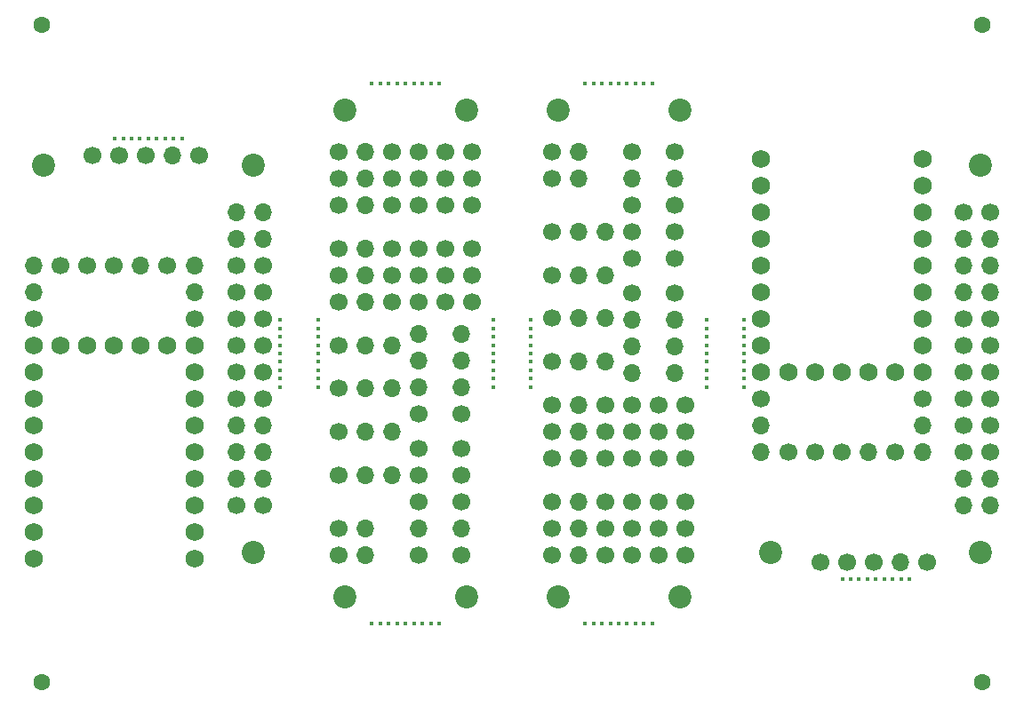
<source format=gbr>
%TF.GenerationSoftware,KiCad,Pcbnew,7.0.5*%
%TF.CreationDate,2024-01-10T23:57:27+08:00*%
%TF.ProjectId,4th,3474682e-6b69-4636-9164-5f7063625858,rev?*%
%TF.SameCoordinates,Original*%
%TF.FileFunction,Soldermask,Top*%
%TF.FilePolarity,Negative*%
%FSLAX46Y46*%
G04 Gerber Fmt 4.6, Leading zero omitted, Abs format (unit mm)*
G04 Created by KiCad (PCBNEW 7.0.5) date 2024-01-10 23:57:27*
%MOMM*%
%LPD*%
G01*
G04 APERTURE LIST*
%ADD10C,2.200000*%
%ADD11C,1.700000*%
%ADD12O,1.700000X1.700000*%
%ADD13C,0.450000*%
%ADD14C,1.596000*%
%ADD15C,1.752600*%
G04 APERTURE END LIST*
D10*
%TO.C,H3*%
X116100000Y-78720000D03*
%TD*%
D11*
%TO.C,J18*%
X110520000Y-64090000D03*
D12*
X110520000Y-66630000D03*
X110520000Y-69170000D03*
%TD*%
D11*
%TO.C,J13*%
X54940000Y-67270000D03*
D12*
X57480000Y-67270000D03*
X60020000Y-67270000D03*
%TD*%
D11*
%TO.C,J23*%
X117030000Y-69170000D03*
D12*
X117030000Y-71710000D03*
X117030000Y-74250000D03*
%TD*%
D13*
%TO.C,H23*%
X73250000Y-62985000D03*
X73250000Y-62185000D03*
X73250000Y-61385000D03*
X73250000Y-60585000D03*
X73250000Y-59785000D03*
X73250000Y-58985000D03*
X73250000Y-58185000D03*
X73250000Y-57385000D03*
X73250000Y-56585000D03*
%TD*%
D14*
%TO.C,H19*%
X26650236Y-91080000D03*
%TD*%
D11*
%TO.C,J19*%
X66600000Y-65510000D03*
D12*
X66600000Y-62970000D03*
X66600000Y-60430000D03*
X66600000Y-57890000D03*
%TD*%
D11*
%TO.C,J16*%
X54950000Y-40550000D03*
D12*
X57490000Y-40550000D03*
D11*
X60030000Y-40550000D03*
X62570000Y-40550000D03*
X65110000Y-40550000D03*
X67650000Y-40550000D03*
%TD*%
%TO.C,J21*%
X62560000Y-65510000D03*
D12*
X62560000Y-62970000D03*
X62560000Y-60430000D03*
X62560000Y-57890000D03*
%TD*%
D11*
%TO.C,J9*%
X54950000Y-45630000D03*
D12*
X57490000Y-45630000D03*
D11*
X60030000Y-45630000D03*
X62570000Y-45630000D03*
X65110000Y-45630000D03*
X67650000Y-45630000D03*
%TD*%
%TO.C,J4*%
X117030000Y-46310000D03*
D12*
X117030000Y-48850000D03*
X117030000Y-51390000D03*
X117030000Y-53930000D03*
D11*
X117030000Y-56470000D03*
X117030000Y-59010000D03*
X117030000Y-61550000D03*
X117030000Y-64090000D03*
X117030000Y-66630000D03*
%TD*%
%TO.C,J24*%
X95170000Y-64090000D03*
D12*
X95170000Y-66630000D03*
X95170000Y-69170000D03*
%TD*%
D11*
%TO.C,J6*%
X110950000Y-79650000D03*
D12*
X108410000Y-79650000D03*
D11*
X105870000Y-79650000D03*
X103330000Y-79650000D03*
X100790000Y-79650000D03*
%TD*%
D10*
%TO.C,H7*%
X67099997Y-82990001D03*
%TD*%
%TO.C,H2*%
X116100000Y-41840000D03*
%TD*%
D15*
%TO.C,U1*%
X95170000Y-41230000D03*
X95170000Y-43770000D03*
X95170000Y-46310000D03*
X95170000Y-48850000D03*
X95170000Y-51390000D03*
X95170000Y-53930000D03*
X95170000Y-56470000D03*
X95170000Y-59010000D03*
X95170000Y-61550000D03*
X110520000Y-41230000D03*
X110520000Y-43770000D03*
X110520000Y-46310000D03*
X110520000Y-48850000D03*
X110520000Y-51390000D03*
X110520000Y-53930000D03*
X110520000Y-56470000D03*
X110520000Y-59010000D03*
X110520000Y-61550000D03*
X107925000Y-61550000D03*
X105385000Y-61550000D03*
X102845000Y-61550000D03*
X100305000Y-61550000D03*
X97765000Y-61550000D03*
%TD*%
D11*
%TO.C,J1*%
X54940000Y-79020000D03*
D12*
X57480000Y-79020000D03*
%TD*%
D13*
%TO.C,H15*%
X64500000Y-85540000D03*
X63700000Y-85540000D03*
X62900000Y-85540000D03*
X62100000Y-85540000D03*
X61300000Y-85540000D03*
X60500000Y-85540000D03*
X59700000Y-85540000D03*
X58900000Y-85540000D03*
X58100000Y-85540000D03*
%TD*%
D14*
%TO.C,H17*%
X116250000Y-28490000D03*
%TD*%
%TO.C,H16*%
X26650236Y-28490000D03*
%TD*%
D11*
%TO.C,J20*%
X114490000Y-69170000D03*
D12*
X114490000Y-71710000D03*
X114490000Y-74250000D03*
%TD*%
D11*
%TO.C,J14*%
X66600000Y-79020000D03*
D12*
X66600000Y-76480000D03*
D11*
X66600000Y-73940000D03*
X66600000Y-71400000D03*
X66600000Y-68860000D03*
%TD*%
%TO.C,J12*%
X54950000Y-52310000D03*
D12*
X57490000Y-52310000D03*
D11*
X60030000Y-52310000D03*
X62570000Y-52310000D03*
X65110000Y-52310000D03*
X67650000Y-52310000D03*
%TD*%
D13*
%TO.C,H21*%
X69650000Y-62985000D03*
X69650000Y-62185000D03*
X69650000Y-61385000D03*
X69650000Y-60585000D03*
X69650000Y-59785000D03*
X69650000Y-58985000D03*
X69650000Y-58185000D03*
X69650000Y-57385000D03*
X69650000Y-56585000D03*
%TD*%
%TO.C,H9*%
X102900000Y-81270000D03*
X103700000Y-81270000D03*
X104500000Y-81270000D03*
X105300000Y-81270000D03*
X106100000Y-81270000D03*
X106900000Y-81270000D03*
X107700000Y-81270000D03*
X108500000Y-81270000D03*
X109300000Y-81270000D03*
%TD*%
D11*
%TO.C,J8*%
X62570000Y-79020000D03*
D12*
X62570000Y-76480000D03*
D11*
X62570000Y-73940000D03*
X62570000Y-71400000D03*
X62570000Y-68860000D03*
%TD*%
%TO.C,J2*%
X54940000Y-76480000D03*
D12*
X57480000Y-76480000D03*
%TD*%
D10*
%TO.C,H5*%
X55500000Y-36580000D03*
%TD*%
D13*
%TO.C,H13*%
X64500000Y-34030000D03*
X63700000Y-34030000D03*
X62900000Y-34030000D03*
X62100000Y-34030000D03*
X61300000Y-34030000D03*
X60500000Y-34030000D03*
X59700000Y-34030000D03*
X58900000Y-34030000D03*
X58100000Y-34030000D03*
%TD*%
D10*
%TO.C,H1*%
X55499997Y-82990001D03*
%TD*%
D11*
%TO.C,J11*%
X54950000Y-43090000D03*
D12*
X57490000Y-43090000D03*
D11*
X60030000Y-43090000D03*
X62570000Y-43090000D03*
X65110000Y-43090000D03*
X67650000Y-43090000D03*
%TD*%
%TO.C,J3*%
X54940000Y-58990000D03*
D12*
X57480000Y-58990000D03*
X60020000Y-58990000D03*
%TD*%
D13*
%TO.C,H11*%
X33600000Y-39290000D03*
X34400000Y-39290000D03*
X35200000Y-39290000D03*
X36000000Y-39290000D03*
X36800000Y-39290000D03*
X37600000Y-39290000D03*
X38400000Y-39290000D03*
X39200000Y-39290000D03*
X40000000Y-39290000D03*
%TD*%
D11*
%TO.C,J7*%
X54940000Y-71400000D03*
D12*
X57480000Y-71400000D03*
X60020000Y-71400000D03*
%TD*%
D13*
%TO.C,H12*%
X84800000Y-85540000D03*
X84000000Y-85540000D03*
X83200000Y-85540000D03*
X82400000Y-85540000D03*
X81600000Y-85540000D03*
X80800000Y-85540000D03*
X80000000Y-85540000D03*
X79200000Y-85540000D03*
X78400000Y-85540000D03*
%TD*%
%TO.C,H10*%
X89950000Y-62985000D03*
X89950000Y-62185000D03*
X89950000Y-61385000D03*
X89950000Y-60585000D03*
X89950000Y-59785000D03*
X89950000Y-58985000D03*
X89950000Y-58185000D03*
X89950000Y-57385000D03*
X89950000Y-56585000D03*
%TD*%
D10*
%TO.C,H4*%
X96100000Y-78720000D03*
%TD*%
D11*
%TO.C,J5*%
X114490000Y-46310000D03*
D12*
X114490000Y-48850000D03*
X114490000Y-51390000D03*
X114490000Y-53930000D03*
D11*
X114490000Y-56470000D03*
X114490000Y-59010000D03*
X114490000Y-61550000D03*
X114490000Y-64090000D03*
X114490000Y-66630000D03*
%TD*%
%TO.C,J10*%
X54950000Y-54850000D03*
D12*
X57490000Y-54850000D03*
D11*
X60030000Y-54850000D03*
X62570000Y-54850000D03*
X65110000Y-54850000D03*
X67650000Y-54850000D03*
%TD*%
%TO.C,J22*%
X38625236Y-51390000D03*
D12*
X36085236Y-51390000D03*
D11*
X33545236Y-51390000D03*
X31005236Y-51390000D03*
X28465236Y-51390000D03*
%TD*%
%TO.C,J15*%
X54940000Y-63130000D03*
D12*
X57480000Y-63130000D03*
X60020000Y-63130000D03*
%TD*%
D13*
%TO.C,H14*%
X84800000Y-34030000D03*
X84000000Y-34030000D03*
X83200000Y-34030000D03*
X82400000Y-34030000D03*
X81600000Y-34030000D03*
X80800000Y-34030000D03*
X80000000Y-34030000D03*
X79200000Y-34030000D03*
X78400000Y-34030000D03*
%TD*%
%TO.C,H8*%
X52950000Y-62985000D03*
X52950000Y-62185000D03*
X52950000Y-61385000D03*
X52950000Y-60585000D03*
X52950000Y-59785000D03*
X52950000Y-58985000D03*
X52950000Y-58185000D03*
X52950000Y-57385000D03*
X52950000Y-56585000D03*
%TD*%
D10*
%TO.C,H6*%
X67100000Y-36580000D03*
%TD*%
D11*
%TO.C,J17*%
X54950000Y-49770000D03*
D12*
X57490000Y-49770000D03*
D11*
X60030000Y-49770000D03*
X62570000Y-49770000D03*
X65110000Y-49770000D03*
X67650000Y-49770000D03*
%TD*%
D14*
%TO.C,H18*%
X116250000Y-91080000D03*
%TD*%
D13*
%TO.C,H20*%
X49350000Y-62985000D03*
X49350000Y-62185000D03*
X49350000Y-61385000D03*
X49350000Y-60585000D03*
X49350000Y-59785000D03*
X49350000Y-58985000D03*
X49350000Y-58185000D03*
X49350000Y-57385000D03*
X49350000Y-56585000D03*
%TD*%
%TO.C,H22*%
X93550000Y-62985000D03*
X93550000Y-62185000D03*
X93550000Y-61385000D03*
X93550000Y-60585000D03*
X93550000Y-59785000D03*
X93550000Y-58985000D03*
X93550000Y-58185000D03*
X93550000Y-57385000D03*
X93550000Y-56585000D03*
%TD*%
D11*
%TO.C,J8*%
X82870299Y-40549703D03*
D12*
X82870299Y-43089703D03*
D11*
X82870299Y-45629703D03*
X82870299Y-48169703D03*
X82870299Y-50709703D03*
%TD*%
D15*
%TO.C,U1*%
X25870236Y-79330000D03*
X25870236Y-76790000D03*
X25870236Y-74250000D03*
X25870236Y-71710000D03*
X25870236Y-69170000D03*
X25870236Y-66630000D03*
X25870236Y-64090000D03*
X25870236Y-61550000D03*
X25870236Y-59010000D03*
X41220236Y-79330000D03*
X41220236Y-76790000D03*
X41220236Y-74250000D03*
X41220236Y-71710000D03*
X41220236Y-69170000D03*
X41220236Y-66630000D03*
X41220236Y-64090000D03*
X41220236Y-61550000D03*
X41220236Y-59010000D03*
X38625236Y-59010000D03*
X36085236Y-59010000D03*
X33545236Y-59010000D03*
X31005236Y-59010000D03*
X28465236Y-59010000D03*
%TD*%
D10*
%TO.C,H4*%
X26800236Y-41840000D03*
%TD*%
D11*
%TO.C,J17*%
X75250299Y-69799703D03*
D12*
X77790299Y-69799703D03*
D11*
X80330299Y-69799703D03*
X82870299Y-69799703D03*
X85410299Y-69799703D03*
X87950299Y-69799703D03*
%TD*%
%TO.C,J2*%
X75240299Y-43089703D03*
D12*
X77780299Y-43089703D03*
%TD*%
D10*
%TO.C,H5*%
X75800299Y-82989703D03*
%TD*%
D11*
%TO.C,J4*%
X47730236Y-74250000D03*
D12*
X47730236Y-71710000D03*
X47730236Y-69170000D03*
X47730236Y-66630000D03*
D11*
X47730236Y-64090000D03*
X47730236Y-61550000D03*
X47730236Y-59010000D03*
X47730236Y-56470000D03*
X47730236Y-53930000D03*
%TD*%
%TO.C,J14*%
X86900299Y-40549703D03*
D12*
X86900299Y-43089703D03*
D11*
X86900299Y-45629703D03*
X86900299Y-48169703D03*
X86900299Y-50709703D03*
%TD*%
%TO.C,J7*%
X75240299Y-48169703D03*
D12*
X77780299Y-48169703D03*
X80320299Y-48169703D03*
%TD*%
D11*
%TO.C,J11*%
X75250299Y-76479703D03*
D12*
X77790299Y-76479703D03*
D11*
X80330299Y-76479703D03*
X82870299Y-76479703D03*
X85410299Y-76479703D03*
X87950299Y-76479703D03*
%TD*%
%TO.C,J18*%
X41220236Y-56470000D03*
D12*
X41220236Y-53930000D03*
X41220236Y-51390000D03*
%TD*%
D10*
%TO.C,H6*%
X87400299Y-82989703D03*
%TD*%
D11*
%TO.C,J24*%
X25870236Y-56470000D03*
D12*
X25870236Y-53930000D03*
X25870236Y-51390000D03*
%TD*%
D11*
%TO.C,J1*%
X75240299Y-40549703D03*
D12*
X77780299Y-40549703D03*
%TD*%
D10*
%TO.C,H7*%
X87400296Y-36579702D03*
%TD*%
%TO.C,H3*%
X46800236Y-41840000D03*
%TD*%
%TO.C,H1*%
X75800296Y-36579702D03*
%TD*%
%TO.C,H2*%
X46800236Y-78720000D03*
%TD*%
D11*
%TO.C,J3*%
X75240299Y-60579703D03*
D12*
X77780299Y-60579703D03*
X80320299Y-60579703D03*
%TD*%
D11*
%TO.C,J10*%
X75250299Y-64719703D03*
D12*
X77790299Y-64719703D03*
D11*
X80330299Y-64719703D03*
X82870299Y-64719703D03*
X85410299Y-64719703D03*
X87950299Y-64719703D03*
%TD*%
%TO.C,J13*%
X75240299Y-52299703D03*
D12*
X77780299Y-52299703D03*
X80320299Y-52299703D03*
%TD*%
D11*
%TO.C,J19*%
X86900299Y-54059703D03*
D12*
X86900299Y-56599703D03*
X86900299Y-59139703D03*
X86900299Y-61679703D03*
%TD*%
D11*
%TO.C,J21*%
X82860299Y-54059703D03*
D12*
X82860299Y-56599703D03*
X82860299Y-59139703D03*
X82860299Y-61679703D03*
%TD*%
D11*
%TO.C,J9*%
X75250299Y-73939703D03*
D12*
X77790299Y-73939703D03*
D11*
X80330299Y-73939703D03*
X82870299Y-73939703D03*
X85410299Y-73939703D03*
X87950299Y-73939703D03*
%TD*%
%TO.C,J5*%
X45190236Y-74250000D03*
D12*
X45190236Y-71710000D03*
X45190236Y-69170000D03*
X45190236Y-66630000D03*
D11*
X45190236Y-64090000D03*
X45190236Y-61550000D03*
X45190236Y-59010000D03*
X45190236Y-56470000D03*
X45190236Y-53930000D03*
%TD*%
%TO.C,J22*%
X107925000Y-69170000D03*
D12*
X105385000Y-69170000D03*
D11*
X102845000Y-69170000D03*
X100305000Y-69170000D03*
X97765000Y-69170000D03*
%TD*%
%TO.C,J6*%
X41650236Y-40910000D03*
D12*
X39110236Y-40910000D03*
D11*
X36570236Y-40910000D03*
X34030236Y-40910000D03*
X31490236Y-40910000D03*
%TD*%
%TO.C,J15*%
X75240299Y-56439703D03*
D12*
X77780299Y-56439703D03*
X80320299Y-56439703D03*
%TD*%
D11*
%TO.C,J16*%
X75250299Y-79019703D03*
D12*
X77790299Y-79019703D03*
D11*
X80330299Y-79019703D03*
X82870299Y-79019703D03*
X85410299Y-79019703D03*
X87950299Y-79019703D03*
%TD*%
%TO.C,J12*%
X75250299Y-67259703D03*
D12*
X77790299Y-67259703D03*
D11*
X80330299Y-67259703D03*
X82870299Y-67259703D03*
X85410299Y-67259703D03*
X87950299Y-67259703D03*
%TD*%
%TO.C,J23*%
X47730236Y-51390000D03*
D12*
X47730236Y-48850000D03*
X47730236Y-46310000D03*
%TD*%
D11*
%TO.C,J20*%
X45190236Y-51390000D03*
D12*
X45190236Y-48850000D03*
X45190236Y-46310000D03*
%TD*%
M02*

</source>
